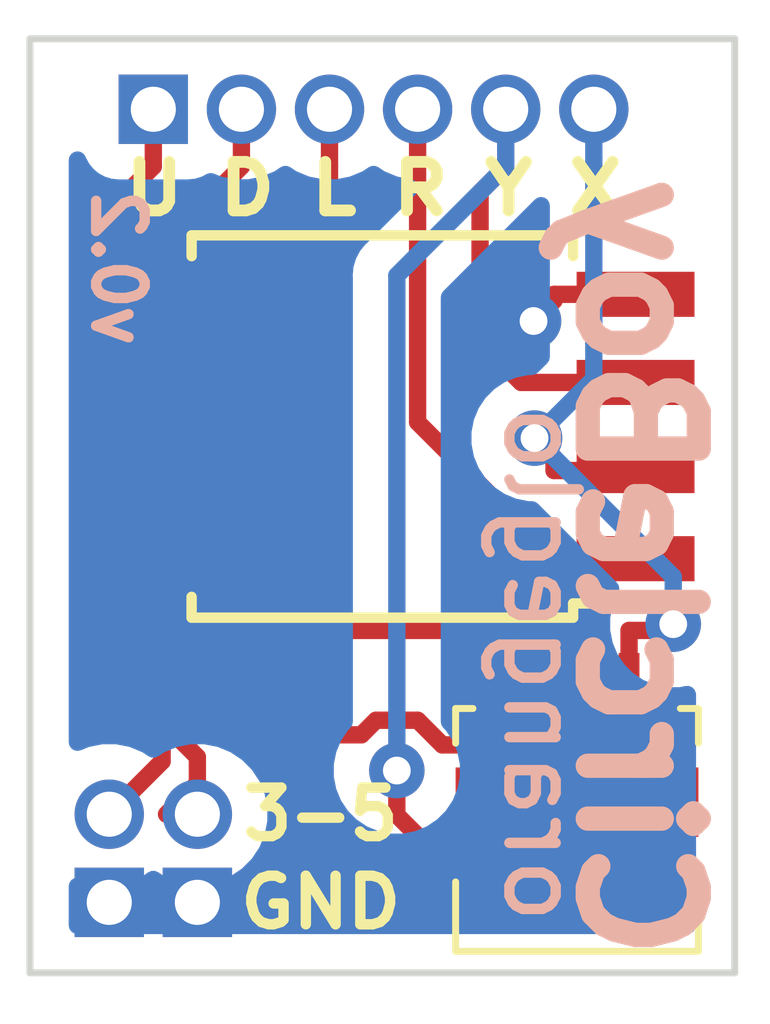
<source format=kicad_pcb>
(kicad_pcb (version 20171130) (host pcbnew "(5.1.5-0-10_14)")

  (general
    (thickness 1.6)
    (drawings 10)
    (tracks 77)
    (zones 0)
    (modules 6)
    (nets 9)
  )

  (page A4)
  (layers
    (0 F.Cu signal)
    (31 B.Cu signal)
    (32 B.Adhes user)
    (33 F.Adhes user)
    (34 B.Paste user)
    (35 F.Paste user)
    (36 B.SilkS user)
    (37 F.SilkS user)
    (38 B.Mask user)
    (39 F.Mask user)
    (40 Dwgs.User user hide)
    (41 Cmts.User user hide)
    (42 Eco1.User user hide)
    (43 Eco2.User user hide)
    (44 Edge.Cuts user)
    (45 Margin user hide)
    (46 B.CrtYd user hide)
    (47 F.CrtYd user hide)
    (48 B.Fab user hide)
    (49 F.Fab user hide)
  )

  (setup
    (last_trace_width 0.25)
    (trace_clearance 0.2)
    (zone_clearance 0.508)
    (zone_45_only no)
    (trace_min 0.2)
    (via_size 0.8)
    (via_drill 0.4)
    (via_min_size 0.4)
    (via_min_drill 0.3)
    (uvia_size 0.3)
    (uvia_drill 0.1)
    (uvias_allowed no)
    (uvia_min_size 0.2)
    (uvia_min_drill 0.1)
    (edge_width 0.05)
    (segment_width 0.2)
    (pcb_text_width 0.3)
    (pcb_text_size 1.5 1.5)
    (mod_edge_width 0.12)
    (mod_text_size 1 1)
    (mod_text_width 0.15)
    (pad_size 1.524 1.524)
    (pad_drill 0.762)
    (pad_to_mask_clearance 0.051)
    (solder_mask_min_width 0.25)
    (aux_axis_origin 0 0)
    (visible_elements FFFFFF7F)
    (pcbplotparams
      (layerselection 0x010fc_ffffffff)
      (usegerberextensions false)
      (usegerberattributes false)
      (usegerberadvancedattributes false)
      (creategerberjobfile false)
      (excludeedgelayer true)
      (linewidth 0.100000)
      (plotframeref false)
      (viasonmask false)
      (mode 1)
      (useauxorigin false)
      (hpglpennumber 1)
      (hpglpenspeed 20)
      (hpglpendiameter 15.000000)
      (psnegative false)
      (psa4output false)
      (plotreference true)
      (plotvalue true)
      (plotinvisibletext false)
      (padsonsilk false)
      (subtractmaskfromsilk false)
      (outputformat 1)
      (mirror false)
      (drillshape 1)
      (scaleselection 1)
      (outputdirectory ""))
  )

  (net 0 "")
  (net 1 VCC)
  (net 2 GND)
  (net 3 "Net-(J2-Pad1)")
  (net 4 "Net-(J2-Pad2)")
  (net 5 "Net-(J2-Pad3)")
  (net 6 "Net-(J2-Pad4)")
  (net 7 "Net-(J2-Pad5)")
  (net 8 "Net-(J2-Pad6)")

  (net_class Default "This is the default net class."
    (clearance 0.2)
    (trace_width 0.25)
    (via_dia 0.8)
    (via_drill 0.4)
    (uvia_dia 0.3)
    (uvia_drill 0.1)
    (add_net GND)
    (add_net "Net-(J2-Pad1)")
    (add_net "Net-(J2-Pad2)")
    (add_net "Net-(J2-Pad3)")
    (add_net "Net-(J2-Pad4)")
    (add_net "Net-(J2-Pad5)")
    (add_net "Net-(J2-Pad6)")
    (add_net VCC)
  )

  (module 59453041110EDHLF (layer F.Cu) (tedit 5E37220C) (tstamp 5E370206)
    (at 120.916 73.406)
    (descr 59453-041110EDHLF-2)
    (tags Connector)
    (path /5E3702BC)
    (attr smd)
    (fp_text reference J3 (at 0 1.175) (layer F.SilkS) hide
      (effects (font (size 1.27 1.27) (thickness 0.254)))
    )
    (fp_text value 59453-041110EDHLF (at 0 1.175) (layer F.SilkS) hide
      (effects (font (size 1.27 1.27) (thickness 0.254)))
    )
    (fp_line (start -1.75 0) (end 1.75 0) (layer Dwgs.User) (width 0.2))
    (fp_line (start 1.75 0) (end 1.75 3.5) (layer Dwgs.User) (width 0.2))
    (fp_line (start 1.75 3.5) (end -1.75 3.5) (layer Dwgs.User) (width 0.2))
    (fp_line (start -1.75 3.5) (end -1.75 0) (layer Dwgs.User) (width 0.2))
    (fp_line (start -2.75 -2.15) (end 2.75 -2.15) (layer Dwgs.User) (width 0.1))
    (fp_line (start 2.75 -2.15) (end 2.75 4.5) (layer Dwgs.User) (width 0.1))
    (fp_line (start 2.75 4.5) (end -2.75 4.5) (layer Dwgs.User) (width 0.1))
    (fp_line (start -2.75 4.5) (end -2.75 -2.15) (layer Dwgs.User) (width 0.1))
    (fp_line (start -1.75 2.5) (end -1.75 3.5) (layer F.SilkS) (width 0.1))
    (fp_line (start -1.75 3.5) (end 1.75 3.5) (layer F.SilkS) (width 0.1))
    (fp_line (start 1.75 3.5) (end 1.75 2.5) (layer F.SilkS) (width 0.1))
    (fp_line (start -1.5 0) (end -1.75 0) (layer F.SilkS) (width 0.1))
    (fp_line (start -1.75 0) (end -1.75 0.5) (layer F.SilkS) (width 0.1))
    (fp_line (start 1.49 0) (end 1.75 0) (layer F.SilkS) (width 0.1))
    (fp_line (start 1.75 0) (end 1.75 0.5) (layer F.SilkS) (width 0.1))
    (pad 1 smd rect (at -0.75 -0.1) (size 0.3 1.4) (layers F.Cu F.Paste F.Mask)
      (net 2 GND))
    (pad 2 smd rect (at -0.25 -0.1) (size 0.3 1.4) (layers F.Cu F.Paste F.Mask)
      (net 7 "Net-(J2-Pad5)"))
    (pad 3 smd rect (at 0.25 -0.1) (size 0.3 1.4) (layers F.Cu F.Paste F.Mask)
      (net 1 VCC))
    (pad 4 smd rect (at 0.75 -0.1) (size 0.3 1.4) (layers F.Cu F.Paste F.Mask)
      (net 8 "Net-(J2-Pad6)"))
    (pad MP1 smd rect (at -1.49 1.35) (size 0.52 1) (layers F.Cu F.Paste F.Mask)
      (net 2 GND))
    (pad MP2 smd rect (at 1.49 1.35) (size 0.52 1) (layers F.Cu F.Paste F.Mask)
      (net 2 GND))
  )

  (module Connector_PinHeader_1.27mm:PinHeader_1x02_P1.27mm_Vertical (layer F.Cu) (tedit 5E370931) (tstamp 5E3701CD)
    (at 114.173 76.2 180)
    (descr "Through hole straight pin header, 1x02, 1.27mm pitch, single row")
    (tags "Through hole pin header THT 1x02 1.27mm single row")
    (path /5E26CBAB)
    (fp_text reference J1 (at 0 -1.695 180) (layer F.SilkS) hide
      (effects (font (size 1 1) (thickness 0.15)))
    )
    (fp_text value power (at 0 2.965 180) (layer F.Fab)
      (effects (font (size 1 1) (thickness 0.15)))
    )
    (fp_line (start -0.525 -0.635) (end 1.05 -0.635) (layer F.Fab) (width 0.1))
    (fp_line (start 1.05 -0.635) (end 1.05 1.905) (layer F.Fab) (width 0.1))
    (fp_line (start 1.05 1.905) (end -1.05 1.905) (layer F.Fab) (width 0.1))
    (fp_line (start -1.05 1.905) (end -1.05 -0.11) (layer F.Fab) (width 0.1))
    (fp_line (start -1.05 -0.11) (end -0.525 -0.635) (layer F.Fab) (width 0.1))
    (fp_line (start -1.55 -1.15) (end -1.55 2.45) (layer F.CrtYd) (width 0.05))
    (fp_line (start -1.55 2.45) (end 1.55 2.45) (layer F.CrtYd) (width 0.05))
    (fp_line (start 1.55 2.45) (end 1.55 -1.15) (layer F.CrtYd) (width 0.05))
    (fp_line (start 1.55 -1.15) (end -1.55 -1.15) (layer F.CrtYd) (width 0.05))
    (fp_text user %R (at 0 0.635 270) (layer F.Fab)
      (effects (font (size 1 1) (thickness 0.15)))
    )
    (pad 1 thru_hole rect (at 0 0 180) (size 1 1) (drill 0.65) (layers *.Cu *.Mask)
      (net 2 GND))
    (pad 2 thru_hole oval (at 0 1.27 180) (size 1 1) (drill 0.65) (layers *.Cu *.Mask)
      (net 1 VCC))
  )

  (module Connector_PinHeader_1.27mm:PinHeader_1x02_P1.27mm_Vertical (layer F.Cu) (tedit 5E370912) (tstamp 5E37074B)
    (at 115.443 76.2 180)
    (descr "Through hole straight pin header, 1x02, 1.27mm pitch, single row")
    (tags "Through hole pin header THT 1x02 1.27mm single row")
    (path /5E37A910)
    (fp_text reference J4 (at 0 -1.695 180) (layer F.SilkS) hide
      (effects (font (size 1 1) (thickness 0.15)))
    )
    (fp_text value power (at 0 2.965 180) (layer F.Fab)
      (effects (font (size 1 1) (thickness 0.15)))
    )
    (fp_line (start -0.525 -0.635) (end 1.05 -0.635) (layer F.Fab) (width 0.1))
    (fp_line (start 1.05 -0.635) (end 1.05 1.905) (layer F.Fab) (width 0.1))
    (fp_line (start 1.05 1.905) (end -1.05 1.905) (layer F.Fab) (width 0.1))
    (fp_line (start -1.05 1.905) (end -1.05 -0.11) (layer F.Fab) (width 0.1))
    (fp_line (start -1.05 -0.11) (end -0.525 -0.635) (layer F.Fab) (width 0.1))
    (fp_line (start -1.55 -1.15) (end -1.55 2.45) (layer F.CrtYd) (width 0.05))
    (fp_line (start -1.55 2.45) (end 1.55 2.45) (layer F.CrtYd) (width 0.05))
    (fp_line (start 1.55 2.45) (end 1.55 -1.15) (layer F.CrtYd) (width 0.05))
    (fp_line (start 1.55 -1.15) (end -1.55 -1.15) (layer F.CrtYd) (width 0.05))
    (fp_text user %R (at 0 0.635 270) (layer F.Fab)
      (effects (font (size 1 1) (thickness 0.15)))
    )
    (pad 1 thru_hole rect (at 0 0 180) (size 1 1) (drill 0.65) (layers *.Cu *.Mask)
      (net 2 GND))
    (pad 2 thru_hole oval (at 0 1.27 180) (size 1 1) (drill 0.65) (layers *.Cu *.Mask)
      (net 1 VCC))
  )

  (module Capacitor_SMD:C_0603_1608Metric_Pad1.05x0.95mm_HandSolder (layer F.Cu) (tedit 5E370857) (tstamp 5E3701B5)
    (at 115.81 73.152)
    (descr "Capacitor SMD 0603 (1608 Metric), square (rectangular) end terminal, IPC_7351 nominal with elongated pad for handsoldering. (Body size source: http://www.tortai-tech.com/upload/download/2011102023233369053.pdf), generated with kicad-footprint-generator")
    (tags "capacitor handsolder")
    (path /5E266C82)
    (attr smd)
    (fp_text reference C1 (at 0 -1.43) (layer F.SilkS) hide
      (effects (font (size 1 1) (thickness 0.15)))
    )
    (fp_text value "0.1 uF" (at 0 1.43) (layer F.Fab)
      (effects (font (size 1 1) (thickness 0.15)))
    )
    (fp_line (start -0.8 0.4) (end -0.8 -0.4) (layer F.Fab) (width 0.1))
    (fp_line (start -0.8 -0.4) (end 0.8 -0.4) (layer F.Fab) (width 0.1))
    (fp_line (start 0.8 -0.4) (end 0.8 0.4) (layer F.Fab) (width 0.1))
    (fp_line (start 0.8 0.4) (end -0.8 0.4) (layer F.Fab) (width 0.1))
    (fp_line (start -1.65 0.73) (end -1.65 -0.73) (layer F.CrtYd) (width 0.05))
    (fp_line (start -1.65 -0.73) (end 1.65 -0.73) (layer F.CrtYd) (width 0.05))
    (fp_line (start 1.65 -0.73) (end 1.65 0.73) (layer F.CrtYd) (width 0.05))
    (fp_line (start 1.65 0.73) (end -1.65 0.73) (layer F.CrtYd) (width 0.05))
    (fp_text user %R (at 0 0) (layer F.Fab)
      (effects (font (size 0.4 0.4) (thickness 0.06)))
    )
    (pad 1 smd roundrect (at -0.875 0) (size 1.05 0.95) (layers F.Cu F.Paste F.Mask) (roundrect_rratio 0.25)
      (net 1 VCC))
    (pad 2 smd roundrect (at 0.875 0) (size 1.05 0.95) (layers F.Cu F.Paste F.Mask) (roundrect_rratio 0.25)
      (net 2 GND))
    (model ${KISYS3DMOD}/Capacitor_SMD.3dshapes/C_0603_1608Metric.wrl
      (at (xyz 0 0 0))
      (scale (xyz 1 1 1))
      (rotate (xyz 0 0 0))
    )
  )

  (module Connector_PinHeader_1.27mm:PinHeader_1x06_P1.27mm_Vertical (layer F.Cu) (tedit 5E3707D7) (tstamp 5E3701E9)
    (at 114.808 64.77 90)
    (descr "Through hole straight pin header, 1x06, 1.27mm pitch, single row")
    (tags "Through hole pin header THT 1x06 1.27mm single row")
    (path /5E289833)
    (fp_text reference J2 (at 0 -1.695 90) (layer F.SilkS) hide
      (effects (font (size 1 1) (thickness 0.15)))
    )
    (fp_text value pins (at 0 8.045 90) (layer F.Fab)
      (effects (font (size 1 1) (thickness 0.15)))
    )
    (fp_line (start -0.525 -0.635) (end 1.05 -0.635) (layer F.Fab) (width 0.1))
    (fp_line (start 1.05 -0.635) (end 1.05 6.985) (layer F.Fab) (width 0.1))
    (fp_line (start 1.05 6.985) (end -1.05 6.985) (layer F.Fab) (width 0.1))
    (fp_line (start -1.05 6.985) (end -1.05 -0.11) (layer F.Fab) (width 0.1))
    (fp_line (start -1.05 -0.11) (end -0.525 -0.635) (layer F.Fab) (width 0.1))
    (fp_line (start -1.55 -1.15) (end -1.55 7.5) (layer F.CrtYd) (width 0.05))
    (fp_line (start -1.55 7.5) (end 1.55 7.5) (layer F.CrtYd) (width 0.05))
    (fp_line (start 1.55 7.5) (end 1.55 -1.15) (layer F.CrtYd) (width 0.05))
    (fp_line (start 1.55 -1.15) (end -1.55 -1.15) (layer F.CrtYd) (width 0.05))
    (fp_text user %R (at 0 3.175 180) (layer F.Fab)
      (effects (font (size 1 1) (thickness 0.15)))
    )
    (pad 1 thru_hole rect (at 0 0 90) (size 1 1) (drill 0.65) (layers *.Cu *.Mask)
      (net 3 "Net-(J2-Pad1)"))
    (pad 2 thru_hole oval (at 0 1.27 90) (size 1 1) (drill 0.65) (layers *.Cu *.Mask)
      (net 4 "Net-(J2-Pad2)"))
    (pad 3 thru_hole oval (at 0 2.54 90) (size 1 1) (drill 0.65) (layers *.Cu *.Mask)
      (net 5 "Net-(J2-Pad3)"))
    (pad 4 thru_hole oval (at 0 3.81 90) (size 1 1) (drill 0.65) (layers *.Cu *.Mask)
      (net 6 "Net-(J2-Pad4)"))
    (pad 5 thru_hole oval (at 0 5.08 90) (size 1 1) (drill 0.65) (layers *.Cu *.Mask)
      (net 7 "Net-(J2-Pad5)"))
    (pad 6 thru_hole oval (at 0 6.35 90) (size 1 1) (drill 0.65) (layers *.Cu *.Mask)
      (net 8 "Net-(J2-Pad6)"))
  )

  (module Package_SO:SOIJ-8_5.3x5.3mm_P1.27mm (layer F.Cu) (tedit 5A02F2D3) (tstamp 5E370223)
    (at 118.11 69.342 180)
    (descr "8-Lead Plastic Small Outline (SM) - Medium, 5.28 mm Body [SOIC] (see Microchip Packaging Specification 00000049BS.pdf)")
    (tags "SOIC 1.27")
    (path /5E260C77)
    (attr smd)
    (fp_text reference U1 (at 0 -3.68) (layer F.SilkS) hide
      (effects (font (size 1 1) (thickness 0.15)))
    )
    (fp_text value ATtiny85-20SU (at 0 3.68) (layer F.Fab)
      (effects (font (size 1 1) (thickness 0.15)))
    )
    (fp_text user %R (at 0 0) (layer F.Fab)
      (effects (font (size 1 1) (thickness 0.15)))
    )
    (fp_line (start -1.65 -2.65) (end 2.65 -2.65) (layer F.Fab) (width 0.15))
    (fp_line (start 2.65 -2.65) (end 2.65 2.65) (layer F.Fab) (width 0.15))
    (fp_line (start 2.65 2.65) (end -2.65 2.65) (layer F.Fab) (width 0.15))
    (fp_line (start -2.65 2.65) (end -2.65 -1.65) (layer F.Fab) (width 0.15))
    (fp_line (start -2.65 -1.65) (end -1.65 -2.65) (layer F.Fab) (width 0.15))
    (fp_line (start -4.75 -2.95) (end -4.75 2.95) (layer F.CrtYd) (width 0.05))
    (fp_line (start 4.75 -2.95) (end 4.75 2.95) (layer F.CrtYd) (width 0.05))
    (fp_line (start -4.75 -2.95) (end 4.75 -2.95) (layer F.CrtYd) (width 0.05))
    (fp_line (start -4.75 2.95) (end 4.75 2.95) (layer F.CrtYd) (width 0.05))
    (fp_line (start -2.75 -2.755) (end -2.75 -2.55) (layer F.SilkS) (width 0.15))
    (fp_line (start 2.75 -2.755) (end 2.75 -2.455) (layer F.SilkS) (width 0.15))
    (fp_line (start 2.75 2.755) (end 2.75 2.455) (layer F.SilkS) (width 0.15))
    (fp_line (start -2.75 2.755) (end -2.75 2.455) (layer F.SilkS) (width 0.15))
    (fp_line (start -2.75 -2.755) (end 2.75 -2.755) (layer F.SilkS) (width 0.15))
    (fp_line (start -2.75 2.755) (end 2.75 2.755) (layer F.SilkS) (width 0.15))
    (fp_line (start -2.75 -2.55) (end -4.5 -2.55) (layer F.SilkS) (width 0.15))
    (pad 1 smd rect (at -3.65 -1.905 180) (size 1.7 0.65) (layers F.Cu F.Paste F.Mask)
      (net 6 "Net-(J2-Pad4)"))
    (pad 2 smd rect (at -3.65 -0.635 180) (size 1.7 0.65) (layers F.Cu F.Paste F.Mask)
      (net 8 "Net-(J2-Pad6)"))
    (pad 3 smd rect (at -3.65 0.635 180) (size 1.7 0.65) (layers F.Cu F.Paste F.Mask)
      (net 7 "Net-(J2-Pad5)"))
    (pad 4 smd rect (at -3.65 1.905 180) (size 1.7 0.65) (layers F.Cu F.Paste F.Mask)
      (net 2 GND))
    (pad 5 smd rect (at 3.65 1.905 180) (size 1.7 0.65) (layers F.Cu F.Paste F.Mask)
      (net 3 "Net-(J2-Pad1)"))
    (pad 6 smd rect (at 3.65 0.635 180) (size 1.7 0.65) (layers F.Cu F.Paste F.Mask)
      (net 4 "Net-(J2-Pad2)"))
    (pad 7 smd rect (at 3.65 -0.635 180) (size 1.7 0.65) (layers F.Cu F.Paste F.Mask)
      (net 5 "Net-(J2-Pad3)"))
    (pad 8 smd rect (at 3.65 -1.905 180) (size 1.7 0.65) (layers F.Cu F.Paste F.Mask)
      (net 1 VCC))
    (model ${KISYS3DMOD}/Package_SO.3dshapes/SOIJ-8_5.3x5.3mm_P1.27mm.wrl
      (at (xyz 0 0 0))
      (scale (xyz 1 1 1))
      (rotate (xyz 0 0 0))
    )
  )

  (gr_text GND (at 117.221 76.2) (layer F.SilkS)
    (effects (font (size 0.7 0.75) (thickness 0.15)))
  )
  (gr_text v0.2 (at 114.3 67.056 270) (layer B.SilkS)
    (effects (font (size 0.7 0.7) (thickness 0.15)) (justify mirror))
  )
  (gr_text orangeglo (at 120.396 72.771 270) (layer B.SilkS)
    (effects (font (size 1 1) (thickness 0.15)) (justify mirror))
  )
  (gr_text CircleBoy (at 121.793 71.374 270) (layer B.SilkS)
    (effects (font (size 1.6 1.6) (thickness 0.35)) (justify mirror))
  )
  (gr_text 3-5 (at 117.221 74.93) (layer F.SilkS)
    (effects (font (size 0.7 0.7) (thickness 0.15)))
  )
  (gr_text "U D L R Y X\n" (at 117.983 65.913) (layer F.SilkS)
    (effects (font (size 0.7 0.75) (thickness 0.17)))
  )
  (gr_line (start 123.19 63.754) (end 123.19 77.216) (layer Edge.Cuts) (width 0.1))
  (gr_line (start 113.03 63.754) (end 123.19 63.754) (layer Edge.Cuts) (width 0.1))
  (gr_line (start 113.03 77.216) (end 113.03 63.754) (layer Edge.Cuts) (width 0.1))
  (gr_line (start 123.19 77.216) (end 113.03 77.216) (layer Edge.Cuts) (width 0.1))

  (segment (start 115.6353 72.2807) (end 115.6353 72.4517) (width 0.25) (layer F.Cu) (net 1))
  (segment (start 115.6353 72.4517) (end 114.935 73.152) (width 0.25) (layer F.Cu) (net 1))
  (segment (start 115.6353 71.247) (end 115.6353 72.2807) (width 0.25) (layer F.Cu) (net 1))
  (segment (start 115.6353 72.2807) (end 121.166 72.2807) (width 0.25) (layer F.Cu) (net 1))
  (segment (start 121.166 73.306) (end 121.166 72.2807) (width 0.25) (layer F.Cu) (net 1))
  (segment (start 115.443 74.5173) (end 115.411 74.5173) (width 0.25) (layer F.Cu) (net 1))
  (segment (start 115.411 74.5173) (end 114.9983 74.93) (width 0.25) (layer F.Cu) (net 1))
  (segment (start 115.443 74.5173) (end 115.443 74.1047) (width 0.25) (layer F.Cu) (net 1))
  (segment (start 115.443 74.93) (end 115.443 74.5173) (width 0.25) (layer F.Cu) (net 1))
  (segment (start 115.443 74.1047) (end 114.935 73.5967) (width 0.25) (layer F.Cu) (net 1))
  (segment (start 114.935 73.5967) (end 114.935 73.152) (width 0.25) (layer F.Cu) (net 1))
  (segment (start 114.46 71.247) (end 115.6353 71.247) (width 0.25) (layer F.Cu) (net 1))
  (segment (start 114.935 74.168) (end 114.173 74.93) (width 0.25) (layer F.Cu) (net 1))
  (segment (start 114.935 73.152) (end 114.935 74.168) (width 0.25) (layer F.Cu) (net 1))
  (segment (start 120.5847 67.437) (end 120.5847 67.526) (width 0.25) (layer F.Cu) (net 2))
  (segment (start 120.5847 67.526) (end 120.2892 67.8215) (width 0.25) (layer F.Cu) (net 2))
  (segment (start 121.76 67.437) (end 120.5847 67.437) (width 0.25) (layer F.Cu) (net 2))
  (via (at 120.2892 67.8215) (size 0.8) (layers F.Cu B.Cu) (net 2))
  (segment (start 119.426 73.9307) (end 119.5413 73.9307) (width 0.25) (layer F.Cu) (net 2))
  (segment (start 119.426 74.756) (end 119.426 73.9307) (width 0.25) (layer F.Cu) (net 2))
  (segment (start 118.018 73.5753) (end 117.8078 73.7855) (width 0.25) (layer F.Cu) (net 2))
  (segment (start 118.6189 73.5753) (end 118.018 73.5753) (width 0.25) (layer F.Cu) (net 2))
  (segment (start 118.9743 73.9307) (end 118.6189 73.5753) (width 0.25) (layer F.Cu) (net 2))
  (segment (start 119.426 73.9307) (end 118.9743 73.9307) (width 0.25) (layer F.Cu) (net 2))
  (segment (start 119.5413 73.9307) (end 120.166 73.306) (width 0.25) (layer F.Cu) (net 2))
  (segment (start 122.406 74.756) (end 122.406 75.5813) (width 0.25) (layer F.Cu) (net 2))
  (segment (start 122.406 75.5813) (end 121.9555 76.0318) (width 0.25) (layer F.Cu) (net 2))
  (segment (start 121.9555 76.0318) (end 117.7757 76.0318) (width 0.25) (layer F.Cu) (net 2))
  (segment (start 117.7757 76.0318) (end 117.1061 75.3622) (width 0.25) (layer F.Cu) (net 2))
  (segment (start 117.3186 73.7855) (end 116.685 73.152) (width 0.25) (layer F.Cu) (net 2))
  (segment (start 117.8078 73.7855) (end 117.3186 73.7855) (width 0.25) (layer F.Cu) (net 2))
  (segment (start 117.1061 73.998) (end 117.3186 73.7855) (width 0.25) (layer F.Cu) (net 2))
  (segment (start 117.1061 75.3622) (end 117.1061 73.998) (width 0.25) (layer F.Cu) (net 2))
  (segment (start 115.443 76.2) (end 116.2683 76.2) (width 0.25) (layer F.Cu) (net 2))
  (segment (start 116.2683 76.2) (end 117.1061 75.3622) (width 0.25) (layer F.Cu) (net 2))
  (segment (start 114.808 64.77) (end 114.808 65.5953) (width 0.25) (layer F.Cu) (net 3))
  (segment (start 114.46 67.437) (end 114.46 65.9433) (width 0.25) (layer F.Cu) (net 3))
  (segment (start 114.46 65.9433) (end 114.808 65.5953) (width 0.25) (layer F.Cu) (net 3))
  (segment (start 116.078 64.77) (end 116.078 65.5953) (width 0.25) (layer F.Cu) (net 4))
  (segment (start 114.46 68.707) (end 115.6353 68.707) (width 0.25) (layer F.Cu) (net 4))
  (segment (start 115.6353 68.707) (end 115.6353 66.038) (width 0.25) (layer F.Cu) (net 4))
  (segment (start 115.6353 66.038) (end 116.078 65.5953) (width 0.25) (layer F.Cu) (net 4))
  (segment (start 115.6353 69.977) (end 117.348 68.2643) (width 0.25) (layer F.Cu) (net 5))
  (segment (start 117.348 68.2643) (end 117.348 65.5953) (width 0.25) (layer F.Cu) (net 5))
  (segment (start 117.348 64.77) (end 117.348 65.5953) (width 0.25) (layer F.Cu) (net 5))
  (segment (start 114.46 69.977) (end 115.6353 69.977) (width 0.25) (layer F.Cu) (net 5))
  (segment (start 121.76 71.247) (end 120.5847 71.247) (width 0.25) (layer F.Cu) (net 6))
  (segment (start 120.5847 71.247) (end 118.618 69.2803) (width 0.25) (layer F.Cu) (net 6))
  (segment (start 118.618 69.2803) (end 118.618 64.77) (width 0.25) (layer F.Cu) (net 6))
  (segment (start 119.888 64.77) (end 119.888 65.5953) (width 0.25) (layer B.Cu) (net 7))
  (segment (start 118.3184 74.3006) (end 118.3184 74.9411) (width 0.25) (layer F.Cu) (net 7))
  (segment (start 118.3184 74.9411) (end 118.9587 75.5814) (width 0.25) (layer F.Cu) (net 7))
  (segment (start 118.9587 75.5814) (end 119.9052 75.5814) (width 0.25) (layer F.Cu) (net 7))
  (segment (start 119.9052 75.5814) (end 120.666 74.8206) (width 0.25) (layer F.Cu) (net 7))
  (segment (start 120.666 74.8206) (end 120.666 73.306) (width 0.25) (layer F.Cu) (net 7))
  (segment (start 119.888 65.5953) (end 118.3184 67.1649) (width 0.25) (layer B.Cu) (net 7))
  (segment (start 118.3184 67.1649) (end 118.3184 74.3006) (width 0.25) (layer B.Cu) (net 7))
  (segment (start 119.888 65.5953) (end 119.5182 65.9651) (width 0.25) (layer F.Cu) (net 7))
  (segment (start 119.5182 65.9651) (end 119.5182 68.115) (width 0.25) (layer F.Cu) (net 7))
  (segment (start 119.5182 68.115) (end 120.1102 68.707) (width 0.25) (layer F.Cu) (net 7))
  (segment (start 120.1102 68.707) (end 120.5847 68.707) (width 0.25) (layer F.Cu) (net 7))
  (segment (start 119.888 64.77) (end 119.888 65.5953) (width 0.25) (layer F.Cu) (net 7))
  (segment (start 121.76 68.707) (end 120.5847 68.707) (width 0.25) (layer F.Cu) (net 7))
  (via (at 118.3184 74.3006) (size 0.8) (layers F.Cu B.Cu) (net 7))
  (segment (start 120.3033 69.5091) (end 122.303 71.5088) (width 0.25) (layer B.Cu) (net 8))
  (segment (start 122.303 71.5088) (end 122.303 72.1908) (width 0.25) (layer B.Cu) (net 8))
  (segment (start 121.666 72.2807) (end 122.2131 72.2807) (width 0.25) (layer F.Cu) (net 8))
  (segment (start 122.2131 72.2807) (end 122.303 72.1908) (width 0.25) (layer F.Cu) (net 8))
  (segment (start 121.666 73.306) (end 121.666 72.2807) (width 0.25) (layer F.Cu) (net 8))
  (segment (start 121.158 65.5953) (end 121.158 68.6544) (width 0.25) (layer B.Cu) (net 8))
  (segment (start 121.158 68.6544) (end 120.3033 69.5091) (width 0.25) (layer B.Cu) (net 8))
  (segment (start 121.158 64.77) (end 121.158 65.5953) (width 0.25) (layer B.Cu) (net 8))
  (segment (start 121.76 69.977) (end 120.5847 69.977) (width 0.25) (layer F.Cu) (net 8))
  (segment (start 120.5847 69.977) (end 120.5847 69.7905) (width 0.25) (layer F.Cu) (net 8))
  (segment (start 120.5847 69.7905) (end 120.3033 69.5091) (width 0.25) (layer F.Cu) (net 8))
  (via (at 122.303 72.1908) (size 0.8) (layers F.Cu B.Cu) (net 8))
  (via (at 120.3033 69.5091) (size 0.8) (layers F.Cu B.Cu) (net 8))

  (zone (net 2) (net_name GND) (layer B.Cu) (tstamp 0) (hatch edge 0.508)
    (connect_pads yes (clearance 0.508))
    (min_thickness 0.254)
    (fill yes (arc_segments 32) (thermal_gap 0.508) (thermal_bridge_width 0.508) (smoothing fillet) (radius 2))
    (polygon
      (pts
        (xy 123.19 77.216) (xy 113.03 77.216) (xy 113.03 63.754) (xy 123.19 63.754)
      )
    )
    (filled_polygon
      (pts
        (xy 113.718498 65.51418) (xy 113.777463 65.624494) (xy 113.856815 65.721185) (xy 113.953506 65.800537) (xy 114.06382 65.859502)
        (xy 114.183518 65.895812) (xy 114.308 65.908072) (xy 115.308 65.908072) (xy 115.432482 65.895812) (xy 115.55218 65.859502)
        (xy 115.635226 65.815112) (xy 115.746933 65.861383) (xy 115.966212 65.905) (xy 116.189788 65.905) (xy 116.409067 65.861383)
        (xy 116.615624 65.775824) (xy 116.713 65.710759) (xy 116.810376 65.775824) (xy 117.016933 65.861383) (xy 117.236212 65.905)
        (xy 117.459788 65.905) (xy 117.679067 65.861383) (xy 117.885624 65.775824) (xy 117.983 65.710759) (xy 118.080376 65.775824)
        (xy 118.286933 65.861383) (xy 118.503949 65.90455) (xy 117.807403 66.601096) (xy 117.778399 66.624899) (xy 117.723271 66.692074)
        (xy 117.683426 66.740624) (xy 117.612855 66.872653) (xy 117.612854 66.872654) (xy 117.569397 67.015915) (xy 117.5584 67.127568)
        (xy 117.5584 67.127578) (xy 117.554724 67.1649) (xy 117.5584 67.202223) (xy 117.558401 73.596888) (xy 117.514463 73.640826)
        (xy 117.401195 73.810344) (xy 117.323174 73.998702) (xy 117.2834 74.198661) (xy 117.2834 74.402539) (xy 117.323174 74.602498)
        (xy 117.401195 74.790856) (xy 117.514463 74.960374) (xy 117.658626 75.104537) (xy 117.828144 75.217805) (xy 118.016502 75.295826)
        (xy 118.216461 75.3356) (xy 118.420339 75.3356) (xy 118.620298 75.295826) (xy 118.808656 75.217805) (xy 118.978174 75.104537)
        (xy 119.122337 74.960374) (xy 119.235605 74.790856) (xy 119.313626 74.602498) (xy 119.3534 74.402539) (xy 119.3534 74.198661)
        (xy 119.313626 73.998702) (xy 119.235605 73.810344) (xy 119.122337 73.640826) (xy 119.0784 73.596889) (xy 119.0784 67.479701)
        (xy 120.398 66.160102) (xy 120.398001 68.339597) (xy 120.263498 68.4741) (xy 120.201361 68.4741) (xy 120.001402 68.513874)
        (xy 119.813044 68.591895) (xy 119.643526 68.705163) (xy 119.499363 68.849326) (xy 119.386095 69.018844) (xy 119.308074 69.207202)
        (xy 119.2683 69.407161) (xy 119.2683 69.611039) (xy 119.308074 69.810998) (xy 119.386095 69.999356) (xy 119.499363 70.168874)
        (xy 119.643526 70.313037) (xy 119.813044 70.426305) (xy 120.001402 70.504326) (xy 120.201361 70.5441) (xy 120.263499 70.5441)
        (xy 121.399472 71.680074) (xy 121.385795 71.700544) (xy 121.307774 71.888902) (xy 121.268 72.088861) (xy 121.268 72.292739)
        (xy 121.307774 72.492698) (xy 121.385795 72.681056) (xy 121.499063 72.850574) (xy 121.643226 72.994737) (xy 121.812744 73.108005)
        (xy 122.001102 73.186026) (xy 122.201061 73.2258) (xy 122.404939 73.2258) (xy 122.505001 73.205897) (xy 122.505001 76.531)
        (xy 113.715 76.531) (xy 113.715 75.968805) (xy 113.841933 76.021383) (xy 114.061212 76.065) (xy 114.284788 76.065)
        (xy 114.504067 76.021383) (xy 114.710624 75.935824) (xy 114.808 75.870759) (xy 114.905376 75.935824) (xy 115.111933 76.021383)
        (xy 115.331212 76.065) (xy 115.554788 76.065) (xy 115.774067 76.021383) (xy 115.980624 75.935824) (xy 116.16652 75.811612)
        (xy 116.324612 75.65352) (xy 116.448824 75.467624) (xy 116.534383 75.261067) (xy 116.578 75.041788) (xy 116.578 74.818212)
        (xy 116.534383 74.598933) (xy 116.448824 74.392376) (xy 116.324612 74.20648) (xy 116.16652 74.048388) (xy 115.980624 73.924176)
        (xy 115.774067 73.838617) (xy 115.554788 73.795) (xy 115.331212 73.795) (xy 115.111933 73.838617) (xy 114.905376 73.924176)
        (xy 114.808 73.989241) (xy 114.710624 73.924176) (xy 114.504067 73.838617) (xy 114.284788 73.795) (xy 114.061212 73.795)
        (xy 113.841933 73.838617) (xy 113.715 73.891195) (xy 113.715 65.502649)
      )
    )
  )
)

</source>
